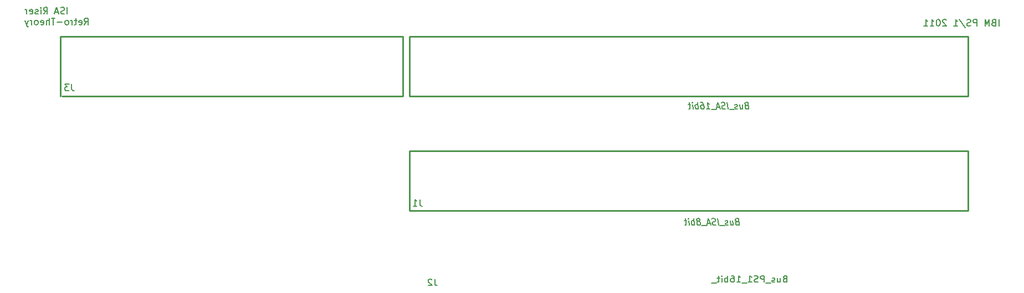
<source format=gbo>
G04 #@! TF.GenerationSoftware,KiCad,Pcbnew,(5.1.6)-1*
G04 #@! TF.CreationDate,2021-02-05T21:35:54+00:00*
G04 #@! TF.ProjectId,ibmps1,69626d70-7331-42e6-9b69-6361645f7063,rev?*
G04 #@! TF.SameCoordinates,Original*
G04 #@! TF.FileFunction,Legend,Bot*
G04 #@! TF.FilePolarity,Positive*
%FSLAX46Y46*%
G04 Gerber Fmt 4.6, Leading zero omitted, Abs format (unit mm)*
G04 Created by KiCad (PCBNEW (5.1.6)-1) date 2021-02-05 21:35:54*
%MOMM*%
%LPD*%
G01*
G04 APERTURE LIST*
%ADD10C,0.150000*%
%ADD11C,0.254000*%
%ADD12C,0.203200*%
G04 APERTURE END LIST*
D10*
X173544738Y-50363380D02*
X173544738Y-49363380D01*
X172735214Y-49839571D02*
X172592357Y-49887190D01*
X172544738Y-49934809D01*
X172497119Y-50030047D01*
X172497119Y-50172904D01*
X172544738Y-50268142D01*
X172592357Y-50315761D01*
X172687595Y-50363380D01*
X173068547Y-50363380D01*
X173068547Y-49363380D01*
X172735214Y-49363380D01*
X172639976Y-49411000D01*
X172592357Y-49458619D01*
X172544738Y-49553857D01*
X172544738Y-49649095D01*
X172592357Y-49744333D01*
X172639976Y-49791952D01*
X172735214Y-49839571D01*
X173068547Y-49839571D01*
X172068547Y-50363380D02*
X172068547Y-49363380D01*
X171735214Y-50077666D01*
X171401880Y-49363380D01*
X171401880Y-50363380D01*
X170163785Y-50363380D02*
X170163785Y-49363380D01*
X169782833Y-49363380D01*
X169687595Y-49411000D01*
X169639976Y-49458619D01*
X169592357Y-49553857D01*
X169592357Y-49696714D01*
X169639976Y-49791952D01*
X169687595Y-49839571D01*
X169782833Y-49887190D01*
X170163785Y-49887190D01*
X169211404Y-50315761D02*
X169068547Y-50363380D01*
X168830452Y-50363380D01*
X168735214Y-50315761D01*
X168687595Y-50268142D01*
X168639976Y-50172904D01*
X168639976Y-50077666D01*
X168687595Y-49982428D01*
X168735214Y-49934809D01*
X168830452Y-49887190D01*
X169020928Y-49839571D01*
X169116166Y-49791952D01*
X169163785Y-49744333D01*
X169211404Y-49649095D01*
X169211404Y-49553857D01*
X169163785Y-49458619D01*
X169116166Y-49411000D01*
X169020928Y-49363380D01*
X168782833Y-49363380D01*
X168639976Y-49411000D01*
X167497119Y-49315761D02*
X168354261Y-50601476D01*
X166639976Y-50363380D02*
X167211404Y-50363380D01*
X166925690Y-50363380D02*
X166925690Y-49363380D01*
X167020928Y-49506238D01*
X167116166Y-49601476D01*
X167211404Y-49649095D01*
X165497119Y-49458619D02*
X165449500Y-49411000D01*
X165354261Y-49363380D01*
X165116166Y-49363380D01*
X165020928Y-49411000D01*
X164973309Y-49458619D01*
X164925690Y-49553857D01*
X164925690Y-49649095D01*
X164973309Y-49791952D01*
X165544738Y-50363380D01*
X164925690Y-50363380D01*
X164306642Y-49363380D02*
X164211404Y-49363380D01*
X164116166Y-49411000D01*
X164068547Y-49458619D01*
X164020928Y-49553857D01*
X163973309Y-49744333D01*
X163973309Y-49982428D01*
X164020928Y-50172904D01*
X164068547Y-50268142D01*
X164116166Y-50315761D01*
X164211404Y-50363380D01*
X164306642Y-50363380D01*
X164401880Y-50315761D01*
X164449500Y-50268142D01*
X164497119Y-50172904D01*
X164544738Y-49982428D01*
X164544738Y-49744333D01*
X164497119Y-49553857D01*
X164449500Y-49458619D01*
X164401880Y-49411000D01*
X164306642Y-49363380D01*
X163020928Y-50363380D02*
X163592357Y-50363380D01*
X163306642Y-50363380D02*
X163306642Y-49363380D01*
X163401880Y-49506238D01*
X163497119Y-49601476D01*
X163592357Y-49649095D01*
X162068547Y-50363380D02*
X162639976Y-50363380D01*
X162354261Y-50363380D02*
X162354261Y-49363380D01*
X162449500Y-49506238D01*
X162544738Y-49601476D01*
X162639976Y-49649095D01*
X31179928Y-48522380D02*
X31179928Y-47522380D01*
X30751357Y-48474761D02*
X30608500Y-48522380D01*
X30370404Y-48522380D01*
X30275166Y-48474761D01*
X30227547Y-48427142D01*
X30179928Y-48331904D01*
X30179928Y-48236666D01*
X30227547Y-48141428D01*
X30275166Y-48093809D01*
X30370404Y-48046190D01*
X30560880Y-47998571D01*
X30656119Y-47950952D01*
X30703738Y-47903333D01*
X30751357Y-47808095D01*
X30751357Y-47712857D01*
X30703738Y-47617619D01*
X30656119Y-47570000D01*
X30560880Y-47522380D01*
X30322785Y-47522380D01*
X30179928Y-47570000D01*
X29798976Y-48236666D02*
X29322785Y-48236666D01*
X29894214Y-48522380D02*
X29560880Y-47522380D01*
X29227547Y-48522380D01*
X27560880Y-48522380D02*
X27894214Y-48046190D01*
X28132309Y-48522380D02*
X28132309Y-47522380D01*
X27751357Y-47522380D01*
X27656119Y-47570000D01*
X27608500Y-47617619D01*
X27560880Y-47712857D01*
X27560880Y-47855714D01*
X27608500Y-47950952D01*
X27656119Y-47998571D01*
X27751357Y-48046190D01*
X28132309Y-48046190D01*
X27132309Y-48522380D02*
X27132309Y-47855714D01*
X27132309Y-47522380D02*
X27179928Y-47570000D01*
X27132309Y-47617619D01*
X27084690Y-47570000D01*
X27132309Y-47522380D01*
X27132309Y-47617619D01*
X26703738Y-48474761D02*
X26608500Y-48522380D01*
X26418023Y-48522380D01*
X26322785Y-48474761D01*
X26275166Y-48379523D01*
X26275166Y-48331904D01*
X26322785Y-48236666D01*
X26418023Y-48189047D01*
X26560880Y-48189047D01*
X26656119Y-48141428D01*
X26703738Y-48046190D01*
X26703738Y-47998571D01*
X26656119Y-47903333D01*
X26560880Y-47855714D01*
X26418023Y-47855714D01*
X26322785Y-47903333D01*
X25465642Y-48474761D02*
X25560880Y-48522380D01*
X25751357Y-48522380D01*
X25846595Y-48474761D01*
X25894214Y-48379523D01*
X25894214Y-47998571D01*
X25846595Y-47903333D01*
X25751357Y-47855714D01*
X25560880Y-47855714D01*
X25465642Y-47903333D01*
X25418023Y-47998571D01*
X25418023Y-48093809D01*
X25894214Y-48189047D01*
X24989452Y-48522380D02*
X24989452Y-47855714D01*
X24989452Y-48046190D02*
X24941833Y-47950952D01*
X24894214Y-47903333D01*
X24798976Y-47855714D01*
X24703738Y-47855714D01*
X33798976Y-50172380D02*
X34132309Y-49696190D01*
X34370404Y-50172380D02*
X34370404Y-49172380D01*
X33989452Y-49172380D01*
X33894214Y-49220000D01*
X33846595Y-49267619D01*
X33798976Y-49362857D01*
X33798976Y-49505714D01*
X33846595Y-49600952D01*
X33894214Y-49648571D01*
X33989452Y-49696190D01*
X34370404Y-49696190D01*
X32989452Y-50124761D02*
X33084690Y-50172380D01*
X33275166Y-50172380D01*
X33370404Y-50124761D01*
X33418023Y-50029523D01*
X33418023Y-49648571D01*
X33370404Y-49553333D01*
X33275166Y-49505714D01*
X33084690Y-49505714D01*
X32989452Y-49553333D01*
X32941833Y-49648571D01*
X32941833Y-49743809D01*
X33418023Y-49839047D01*
X32656119Y-49505714D02*
X32275166Y-49505714D01*
X32513261Y-49172380D02*
X32513261Y-50029523D01*
X32465642Y-50124761D01*
X32370404Y-50172380D01*
X32275166Y-50172380D01*
X31941833Y-50172380D02*
X31941833Y-49505714D01*
X31941833Y-49696190D02*
X31894214Y-49600952D01*
X31846595Y-49553333D01*
X31751357Y-49505714D01*
X31656119Y-49505714D01*
X31179928Y-50172380D02*
X31275166Y-50124761D01*
X31322785Y-50077142D01*
X31370404Y-49981904D01*
X31370404Y-49696190D01*
X31322785Y-49600952D01*
X31275166Y-49553333D01*
X31179928Y-49505714D01*
X31037071Y-49505714D01*
X30941833Y-49553333D01*
X30894214Y-49600952D01*
X30846595Y-49696190D01*
X30846595Y-49981904D01*
X30894214Y-50077142D01*
X30941833Y-50124761D01*
X31037071Y-50172380D01*
X31179928Y-50172380D01*
X30418023Y-49791428D02*
X29656119Y-49791428D01*
X29322785Y-49172380D02*
X28751357Y-49172380D01*
X29037071Y-50172380D02*
X29037071Y-49172380D01*
X28418023Y-50172380D02*
X28418023Y-49172380D01*
X27989452Y-50172380D02*
X27989452Y-49648571D01*
X28037071Y-49553333D01*
X28132309Y-49505714D01*
X28275166Y-49505714D01*
X28370404Y-49553333D01*
X28418023Y-49600952D01*
X27132309Y-50124761D02*
X27227547Y-50172380D01*
X27418023Y-50172380D01*
X27513261Y-50124761D01*
X27560880Y-50029523D01*
X27560880Y-49648571D01*
X27513261Y-49553333D01*
X27418023Y-49505714D01*
X27227547Y-49505714D01*
X27132309Y-49553333D01*
X27084690Y-49648571D01*
X27084690Y-49743809D01*
X27560880Y-49839047D01*
X26513261Y-50172380D02*
X26608499Y-50124761D01*
X26656119Y-50077142D01*
X26703738Y-49981904D01*
X26703738Y-49696190D01*
X26656119Y-49600952D01*
X26608499Y-49553333D01*
X26513261Y-49505714D01*
X26370404Y-49505714D01*
X26275166Y-49553333D01*
X26227547Y-49600952D01*
X26179928Y-49696190D01*
X26179928Y-49981904D01*
X26227547Y-50077142D01*
X26275166Y-50124761D01*
X26370404Y-50172380D01*
X26513261Y-50172380D01*
X25751357Y-50172380D02*
X25751357Y-49505714D01*
X25751357Y-49696190D02*
X25703738Y-49600952D01*
X25656119Y-49553333D01*
X25560880Y-49505714D01*
X25465642Y-49505714D01*
X25227547Y-49505714D02*
X24989452Y-50172380D01*
X24751357Y-49505714D02*
X24989452Y-50172380D01*
X25084690Y-50410476D01*
X25132309Y-50458095D01*
X25227547Y-50505714D01*
D11*
X168783000Y-61087000D02*
X168783000Y-51943000D01*
X83439000Y-61087000D02*
X168783000Y-61087000D01*
X83439000Y-51943000D02*
X83439000Y-61087000D01*
X168783000Y-51943000D02*
X83439000Y-51943000D01*
X82423000Y-61087000D02*
X82423000Y-51943000D01*
X30099000Y-61087000D02*
X30099000Y-51943000D01*
X30353000Y-61087000D02*
X82423000Y-61087000D01*
X82423000Y-51943000D02*
X30099000Y-51943000D01*
X168783000Y-78613000D02*
X168783000Y-69469000D01*
X83439000Y-78613000D02*
X168783000Y-78613000D01*
X83439000Y-69469000D02*
X83439000Y-78613000D01*
X168783000Y-69469000D02*
X83439000Y-69469000D01*
D10*
X87328333Y-89114380D02*
X87328333Y-89828666D01*
X87375952Y-89971523D01*
X87471190Y-90066761D01*
X87614047Y-90114380D01*
X87709285Y-90114380D01*
X86899761Y-89209619D02*
X86852142Y-89162000D01*
X86756904Y-89114380D01*
X86518809Y-89114380D01*
X86423571Y-89162000D01*
X86375952Y-89209619D01*
X86328333Y-89304857D01*
X86328333Y-89400095D01*
X86375952Y-89542952D01*
X86947380Y-90114380D01*
X86328333Y-90114380D01*
X140818523Y-89082571D02*
X140675666Y-89130190D01*
X140628047Y-89177809D01*
X140580428Y-89273047D01*
X140580428Y-89415904D01*
X140628047Y-89511142D01*
X140675666Y-89558761D01*
X140770904Y-89606380D01*
X141151857Y-89606380D01*
X141151857Y-88606380D01*
X140818523Y-88606380D01*
X140723285Y-88654000D01*
X140675666Y-88701619D01*
X140628047Y-88796857D01*
X140628047Y-88892095D01*
X140675666Y-88987333D01*
X140723285Y-89034952D01*
X140818523Y-89082571D01*
X141151857Y-89082571D01*
X139723285Y-88939714D02*
X139723285Y-89606380D01*
X140151857Y-88939714D02*
X140151857Y-89463523D01*
X140104238Y-89558761D01*
X140009000Y-89606380D01*
X139866142Y-89606380D01*
X139770904Y-89558761D01*
X139723285Y-89511142D01*
X139294714Y-89558761D02*
X139199476Y-89606380D01*
X139009000Y-89606380D01*
X138913761Y-89558761D01*
X138866142Y-89463523D01*
X138866142Y-89415904D01*
X138913761Y-89320666D01*
X139009000Y-89273047D01*
X139151857Y-89273047D01*
X139247095Y-89225428D01*
X139294714Y-89130190D01*
X139294714Y-89082571D01*
X139247095Y-88987333D01*
X139151857Y-88939714D01*
X139009000Y-88939714D01*
X138913761Y-88987333D01*
X138675666Y-89701619D02*
X137913761Y-89701619D01*
X137675666Y-89606380D02*
X137675666Y-88606380D01*
X137294714Y-88606380D01*
X137199476Y-88654000D01*
X137151857Y-88701619D01*
X137104238Y-88796857D01*
X137104238Y-88939714D01*
X137151857Y-89034952D01*
X137199476Y-89082571D01*
X137294714Y-89130190D01*
X137675666Y-89130190D01*
X136723285Y-89558761D02*
X136580428Y-89606380D01*
X136342333Y-89606380D01*
X136247095Y-89558761D01*
X136199476Y-89511142D01*
X136151857Y-89415904D01*
X136151857Y-89320666D01*
X136199476Y-89225428D01*
X136247095Y-89177809D01*
X136342333Y-89130190D01*
X136532809Y-89082571D01*
X136628047Y-89034952D01*
X136675666Y-88987333D01*
X136723285Y-88892095D01*
X136723285Y-88796857D01*
X136675666Y-88701619D01*
X136628047Y-88654000D01*
X136532809Y-88606380D01*
X136294714Y-88606380D01*
X136151857Y-88654000D01*
X135199476Y-89606380D02*
X135770904Y-89606380D01*
X135485190Y-89606380D02*
X135485190Y-88606380D01*
X135580428Y-88749238D01*
X135675666Y-88844476D01*
X135770904Y-88892095D01*
X135009000Y-89701619D02*
X134247095Y-89701619D01*
X133485190Y-89606380D02*
X134056619Y-89606380D01*
X133770904Y-89606380D02*
X133770904Y-88606380D01*
X133866142Y-88749238D01*
X133961380Y-88844476D01*
X134056619Y-88892095D01*
X132628047Y-88606380D02*
X132818523Y-88606380D01*
X132913761Y-88654000D01*
X132961380Y-88701619D01*
X133056619Y-88844476D01*
X133104238Y-89034952D01*
X133104238Y-89415904D01*
X133056619Y-89511142D01*
X133009000Y-89558761D01*
X132913761Y-89606380D01*
X132723285Y-89606380D01*
X132628047Y-89558761D01*
X132580428Y-89511142D01*
X132532809Y-89415904D01*
X132532809Y-89177809D01*
X132580428Y-89082571D01*
X132628047Y-89034952D01*
X132723285Y-88987333D01*
X132913761Y-88987333D01*
X133009000Y-89034952D01*
X133056619Y-89082571D01*
X133104238Y-89177809D01*
X132104238Y-89606380D02*
X132104238Y-88606380D01*
X132104238Y-88987333D02*
X132009000Y-88939714D01*
X131818523Y-88939714D01*
X131723285Y-88987333D01*
X131675666Y-89034952D01*
X131628047Y-89130190D01*
X131628047Y-89415904D01*
X131675666Y-89511142D01*
X131723285Y-89558761D01*
X131818523Y-89606380D01*
X132009000Y-89606380D01*
X132104238Y-89558761D01*
X131199476Y-89606380D02*
X131199476Y-88939714D01*
X131199476Y-88606380D02*
X131247095Y-88654000D01*
X131199476Y-88701619D01*
X131151857Y-88654000D01*
X131199476Y-88606380D01*
X131199476Y-88701619D01*
X130866142Y-88939714D02*
X130485190Y-88939714D01*
X130723285Y-88606380D02*
X130723285Y-89463523D01*
X130675666Y-89558761D01*
X130580428Y-89606380D01*
X130485190Y-89606380D01*
X130389952Y-89701619D02*
X129628047Y-89701619D01*
D12*
X31834666Y-59260619D02*
X31834666Y-59986333D01*
X31883047Y-60131476D01*
X31979809Y-60228238D01*
X32124952Y-60276619D01*
X32221714Y-60276619D01*
X31447619Y-59260619D02*
X30818666Y-59260619D01*
X31157333Y-59647666D01*
X31012190Y-59647666D01*
X30915428Y-59696047D01*
X30867047Y-59744428D01*
X30818666Y-59841190D01*
X30818666Y-60083095D01*
X30867047Y-60179857D01*
X30915428Y-60228238D01*
X31012190Y-60276619D01*
X31302476Y-60276619D01*
X31399238Y-60228238D01*
X31447619Y-60179857D01*
X134945845Y-62538428D02*
X134821264Y-62586809D01*
X134783769Y-62635190D01*
X134752321Y-62731952D01*
X134770464Y-62877095D01*
X134826102Y-62973857D01*
X134875693Y-63022238D01*
X134968826Y-63070619D01*
X135317169Y-63070619D01*
X135190169Y-62054619D01*
X134885369Y-62054619D01*
X134804331Y-62103000D01*
X134766836Y-62151380D01*
X134735388Y-62248142D01*
X134747483Y-62344904D01*
X134803121Y-62441666D01*
X134852712Y-62490047D01*
X134945845Y-62538428D01*
X135250645Y-62538428D01*
X133926217Y-62393285D02*
X134010883Y-63070619D01*
X134318102Y-62393285D02*
X134384626Y-62925476D01*
X134353179Y-63022238D01*
X134272140Y-63070619D01*
X134141512Y-63070619D01*
X134048379Y-63022238D01*
X133998788Y-62973857D01*
X133612950Y-63022238D02*
X133531912Y-63070619D01*
X133357740Y-63070619D01*
X133264607Y-63022238D01*
X133208969Y-62925476D01*
X133202921Y-62877095D01*
X133234369Y-62780333D01*
X133315407Y-62731952D01*
X133446036Y-62731952D01*
X133527074Y-62683571D01*
X133558521Y-62586809D01*
X133552474Y-62538428D01*
X133496836Y-62441666D01*
X133403702Y-62393285D01*
X133273074Y-62393285D01*
X133192036Y-62441666D01*
X133065036Y-63167380D02*
X132368350Y-63167380D01*
X132138540Y-63070619D02*
X132011540Y-62054619D01*
X131740607Y-63022238D02*
X131616026Y-63070619D01*
X131398312Y-63070619D01*
X131305179Y-63022238D01*
X131255588Y-62973857D01*
X131199950Y-62877095D01*
X131187855Y-62780333D01*
X131219302Y-62683571D01*
X131256798Y-62635190D01*
X131337836Y-62586809D01*
X131505960Y-62538428D01*
X131586998Y-62490047D01*
X131624493Y-62441666D01*
X131655940Y-62344904D01*
X131643845Y-62248142D01*
X131588207Y-62151380D01*
X131538617Y-62103000D01*
X131445483Y-62054619D01*
X131227769Y-62054619D01*
X131103188Y-62103000D01*
X130839512Y-62780333D02*
X130404083Y-62780333D01*
X130962883Y-63070619D02*
X130531083Y-62054619D01*
X130353283Y-63070619D01*
X130278293Y-63167380D02*
X129581607Y-63167380D01*
X128872826Y-63070619D02*
X129395340Y-63070619D01*
X129134083Y-63070619D02*
X129007083Y-62054619D01*
X129112312Y-62199761D01*
X129211493Y-62296523D01*
X129304626Y-62344904D01*
X127962055Y-62054619D02*
X128136226Y-62054619D01*
X128229360Y-62103000D01*
X128278950Y-62151380D01*
X128384179Y-62296523D01*
X128451912Y-62490047D01*
X128500293Y-62877095D01*
X128468845Y-62973857D01*
X128431350Y-63022238D01*
X128350312Y-63070619D01*
X128176140Y-63070619D01*
X128083007Y-63022238D01*
X128033417Y-62973857D01*
X127977779Y-62877095D01*
X127947540Y-62635190D01*
X127978988Y-62538428D01*
X128016483Y-62490047D01*
X128097521Y-62441666D01*
X128271693Y-62441666D01*
X128364826Y-62490047D01*
X128414417Y-62538428D01*
X128470055Y-62635190D01*
X127610083Y-63070619D02*
X127483083Y-62054619D01*
X127531464Y-62441666D02*
X127438331Y-62393285D01*
X127264160Y-62393285D01*
X127183121Y-62441666D01*
X127145626Y-62490047D01*
X127114179Y-62586809D01*
X127150464Y-62877095D01*
X127206102Y-62973857D01*
X127255693Y-63022238D01*
X127348826Y-63070619D01*
X127522998Y-63070619D01*
X127604036Y-63022238D01*
X126782769Y-63070619D02*
X126698102Y-62393285D01*
X126655769Y-62054619D02*
X126705360Y-62103000D01*
X126667864Y-62151380D01*
X126618274Y-62103000D01*
X126655769Y-62054619D01*
X126667864Y-62151380D01*
X126393302Y-62393285D02*
X126044960Y-62393285D01*
X126220340Y-62054619D02*
X126329198Y-62925476D01*
X126297750Y-63022238D01*
X126216712Y-63070619D01*
X126129626Y-63070619D01*
X85047666Y-76913619D02*
X85047666Y-77639333D01*
X85096047Y-77784476D01*
X85192809Y-77881238D01*
X85337952Y-77929619D01*
X85434714Y-77929619D01*
X84031666Y-77929619D02*
X84612238Y-77929619D01*
X84321952Y-77929619D02*
X84321952Y-76913619D01*
X84418714Y-77058761D01*
X84515476Y-77155523D01*
X84612238Y-77203904D01*
X133494417Y-80318428D02*
X133369836Y-80366809D01*
X133332340Y-80415190D01*
X133300893Y-80511952D01*
X133319036Y-80657095D01*
X133374674Y-80753857D01*
X133424264Y-80802238D01*
X133517398Y-80850619D01*
X133865740Y-80850619D01*
X133738740Y-79834619D01*
X133433940Y-79834619D01*
X133352902Y-79883000D01*
X133315407Y-79931380D01*
X133283960Y-80028142D01*
X133296055Y-80124904D01*
X133351693Y-80221666D01*
X133401283Y-80270047D01*
X133494417Y-80318428D01*
X133799217Y-80318428D01*
X132474788Y-80173285D02*
X132559455Y-80850619D01*
X132866674Y-80173285D02*
X132933198Y-80705476D01*
X132901750Y-80802238D01*
X132820712Y-80850619D01*
X132690083Y-80850619D01*
X132596950Y-80802238D01*
X132547360Y-80753857D01*
X132161521Y-80802238D02*
X132080483Y-80850619D01*
X131906312Y-80850619D01*
X131813179Y-80802238D01*
X131757540Y-80705476D01*
X131751493Y-80657095D01*
X131782940Y-80560333D01*
X131863979Y-80511952D01*
X131994607Y-80511952D01*
X132075645Y-80463571D01*
X132107093Y-80366809D01*
X132101045Y-80318428D01*
X132045407Y-80221666D01*
X131952274Y-80173285D01*
X131821645Y-80173285D01*
X131740607Y-80221666D01*
X131613607Y-80947380D02*
X130916921Y-80947380D01*
X130687112Y-80850619D02*
X130560112Y-79834619D01*
X130289179Y-80802238D02*
X130164598Y-80850619D01*
X129946883Y-80850619D01*
X129853750Y-80802238D01*
X129804160Y-80753857D01*
X129748521Y-80657095D01*
X129736426Y-80560333D01*
X129767874Y-80463571D01*
X129805369Y-80415190D01*
X129886407Y-80366809D01*
X130054531Y-80318428D01*
X130135569Y-80270047D01*
X130173064Y-80221666D01*
X130204512Y-80124904D01*
X130192417Y-80028142D01*
X130136779Y-79931380D01*
X130087188Y-79883000D01*
X129994055Y-79834619D01*
X129776340Y-79834619D01*
X129651760Y-79883000D01*
X129388083Y-80560333D02*
X128952655Y-80560333D01*
X129511455Y-80850619D02*
X129079655Y-79834619D01*
X128901855Y-80850619D01*
X128826864Y-80947380D02*
X128130179Y-80947380D01*
X127697169Y-80270047D02*
X127778207Y-80221666D01*
X127815702Y-80173285D01*
X127847150Y-80076523D01*
X127841102Y-80028142D01*
X127785464Y-79931380D01*
X127735874Y-79883000D01*
X127642740Y-79834619D01*
X127468569Y-79834619D01*
X127387531Y-79883000D01*
X127350036Y-79931380D01*
X127318588Y-80028142D01*
X127324636Y-80076523D01*
X127380274Y-80173285D01*
X127429864Y-80221666D01*
X127522998Y-80270047D01*
X127697169Y-80270047D01*
X127790302Y-80318428D01*
X127839893Y-80366809D01*
X127895531Y-80463571D01*
X127919721Y-80657095D01*
X127888274Y-80753857D01*
X127850779Y-80802238D01*
X127769740Y-80850619D01*
X127595569Y-80850619D01*
X127502436Y-80802238D01*
X127452845Y-80753857D01*
X127397207Y-80657095D01*
X127373017Y-80463571D01*
X127404464Y-80366809D01*
X127441960Y-80318428D01*
X127522998Y-80270047D01*
X127029512Y-80850619D02*
X126902512Y-79834619D01*
X126950893Y-80221666D02*
X126857760Y-80173285D01*
X126683588Y-80173285D01*
X126602550Y-80221666D01*
X126565055Y-80270047D01*
X126533607Y-80366809D01*
X126569893Y-80657095D01*
X126625531Y-80753857D01*
X126675121Y-80802238D01*
X126768255Y-80850619D01*
X126942426Y-80850619D01*
X127023464Y-80802238D01*
X126202198Y-80850619D02*
X126117531Y-80173285D01*
X126075198Y-79834619D02*
X126124788Y-79883000D01*
X126087293Y-79931380D01*
X126037702Y-79883000D01*
X126075198Y-79834619D01*
X126087293Y-79931380D01*
X125812731Y-80173285D02*
X125464388Y-80173285D01*
X125639769Y-79834619D02*
X125748626Y-80705476D01*
X125717179Y-80802238D01*
X125636140Y-80850619D01*
X125549055Y-80850619D01*
M02*

</source>
